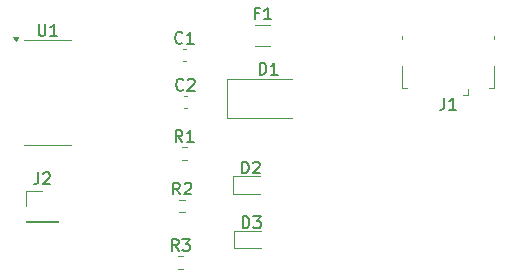
<source format=gbr>
%TF.GenerationSoftware,KiCad,Pcbnew,8.0.6*%
%TF.CreationDate,2025-05-11T15:10:04-04:00*%
%TF.ProjectId,logicprobetool,6c6f6769-6370-4726-9f62-65746f6f6c2e,rev?*%
%TF.SameCoordinates,Original*%
%TF.FileFunction,Legend,Top*%
%TF.FilePolarity,Positive*%
%FSLAX46Y46*%
G04 Gerber Fmt 4.6, Leading zero omitted, Abs format (unit mm)*
G04 Created by KiCad (PCBNEW 8.0.6) date 2025-05-11 15:10:04*
%MOMM*%
%LPD*%
G01*
G04 APERTURE LIST*
%ADD10C,0.150000*%
%ADD11C,0.120000*%
G04 APERTURE END LIST*
D10*
X78422666Y-31059019D02*
X78422666Y-31773304D01*
X78422666Y-31773304D02*
X78375047Y-31916161D01*
X78375047Y-31916161D02*
X78279809Y-32011400D01*
X78279809Y-32011400D02*
X78136952Y-32059019D01*
X78136952Y-32059019D02*
X78041714Y-32059019D01*
X79422666Y-32059019D02*
X78851238Y-32059019D01*
X79136952Y-32059019D02*
X79136952Y-31059019D01*
X79136952Y-31059019D02*
X79041714Y-31201876D01*
X79041714Y-31201876D02*
X78946476Y-31297114D01*
X78946476Y-31297114D02*
X78851238Y-31344733D01*
X44075095Y-24804419D02*
X44075095Y-25613942D01*
X44075095Y-25613942D02*
X44122714Y-25709180D01*
X44122714Y-25709180D02*
X44170333Y-25756800D01*
X44170333Y-25756800D02*
X44265571Y-25804419D01*
X44265571Y-25804419D02*
X44456047Y-25804419D01*
X44456047Y-25804419D02*
X44551285Y-25756800D01*
X44551285Y-25756800D02*
X44598904Y-25709180D01*
X44598904Y-25709180D02*
X44646523Y-25613942D01*
X44646523Y-25613942D02*
X44646523Y-24804419D01*
X45646523Y-25804419D02*
X45075095Y-25804419D01*
X45360809Y-25804419D02*
X45360809Y-24804419D01*
X45360809Y-24804419D02*
X45265571Y-24947276D01*
X45265571Y-24947276D02*
X45170333Y-25042514D01*
X45170333Y-25042514D02*
X45075095Y-25090133D01*
X55929733Y-44033619D02*
X55596400Y-43557428D01*
X55358305Y-44033619D02*
X55358305Y-43033619D01*
X55358305Y-43033619D02*
X55739257Y-43033619D01*
X55739257Y-43033619D02*
X55834495Y-43081238D01*
X55834495Y-43081238D02*
X55882114Y-43128857D01*
X55882114Y-43128857D02*
X55929733Y-43224095D01*
X55929733Y-43224095D02*
X55929733Y-43366952D01*
X55929733Y-43366952D02*
X55882114Y-43462190D01*
X55882114Y-43462190D02*
X55834495Y-43509809D01*
X55834495Y-43509809D02*
X55739257Y-43557428D01*
X55739257Y-43557428D02*
X55358305Y-43557428D01*
X56263067Y-43033619D02*
X56882114Y-43033619D01*
X56882114Y-43033619D02*
X56548781Y-43414571D01*
X56548781Y-43414571D02*
X56691638Y-43414571D01*
X56691638Y-43414571D02*
X56786876Y-43462190D01*
X56786876Y-43462190D02*
X56834495Y-43509809D01*
X56834495Y-43509809D02*
X56882114Y-43605047D01*
X56882114Y-43605047D02*
X56882114Y-43843142D01*
X56882114Y-43843142D02*
X56834495Y-43938380D01*
X56834495Y-43938380D02*
X56786876Y-43986000D01*
X56786876Y-43986000D02*
X56691638Y-44033619D01*
X56691638Y-44033619D02*
X56405924Y-44033619D01*
X56405924Y-44033619D02*
X56310686Y-43986000D01*
X56310686Y-43986000D02*
X56263067Y-43938380D01*
X56056733Y-39233019D02*
X55723400Y-38756828D01*
X55485305Y-39233019D02*
X55485305Y-38233019D01*
X55485305Y-38233019D02*
X55866257Y-38233019D01*
X55866257Y-38233019D02*
X55961495Y-38280638D01*
X55961495Y-38280638D02*
X56009114Y-38328257D01*
X56009114Y-38328257D02*
X56056733Y-38423495D01*
X56056733Y-38423495D02*
X56056733Y-38566352D01*
X56056733Y-38566352D02*
X56009114Y-38661590D01*
X56009114Y-38661590D02*
X55961495Y-38709209D01*
X55961495Y-38709209D02*
X55866257Y-38756828D01*
X55866257Y-38756828D02*
X55485305Y-38756828D01*
X56437686Y-38328257D02*
X56485305Y-38280638D01*
X56485305Y-38280638D02*
X56580543Y-38233019D01*
X56580543Y-38233019D02*
X56818638Y-38233019D01*
X56818638Y-38233019D02*
X56913876Y-38280638D01*
X56913876Y-38280638D02*
X56961495Y-38328257D01*
X56961495Y-38328257D02*
X57009114Y-38423495D01*
X57009114Y-38423495D02*
X57009114Y-38518733D01*
X57009114Y-38518733D02*
X56961495Y-38661590D01*
X56961495Y-38661590D02*
X56390067Y-39233019D01*
X56390067Y-39233019D02*
X57009114Y-39233019D01*
X56259933Y-34788019D02*
X55926600Y-34311828D01*
X55688505Y-34788019D02*
X55688505Y-33788019D01*
X55688505Y-33788019D02*
X56069457Y-33788019D01*
X56069457Y-33788019D02*
X56164695Y-33835638D01*
X56164695Y-33835638D02*
X56212314Y-33883257D01*
X56212314Y-33883257D02*
X56259933Y-33978495D01*
X56259933Y-33978495D02*
X56259933Y-34121352D01*
X56259933Y-34121352D02*
X56212314Y-34216590D01*
X56212314Y-34216590D02*
X56164695Y-34264209D01*
X56164695Y-34264209D02*
X56069457Y-34311828D01*
X56069457Y-34311828D02*
X55688505Y-34311828D01*
X57212314Y-34788019D02*
X56640886Y-34788019D01*
X56926600Y-34788019D02*
X56926600Y-33788019D01*
X56926600Y-33788019D02*
X56831362Y-33930876D01*
X56831362Y-33930876D02*
X56736124Y-34026114D01*
X56736124Y-34026114D02*
X56640886Y-34073733D01*
X44040466Y-37383819D02*
X44040466Y-38098104D01*
X44040466Y-38098104D02*
X43992847Y-38240961D01*
X43992847Y-38240961D02*
X43897609Y-38336200D01*
X43897609Y-38336200D02*
X43754752Y-38383819D01*
X43754752Y-38383819D02*
X43659514Y-38383819D01*
X44469038Y-37479057D02*
X44516657Y-37431438D01*
X44516657Y-37431438D02*
X44611895Y-37383819D01*
X44611895Y-37383819D02*
X44849990Y-37383819D01*
X44849990Y-37383819D02*
X44945228Y-37431438D01*
X44945228Y-37431438D02*
X44992847Y-37479057D01*
X44992847Y-37479057D02*
X45040466Y-37574295D01*
X45040466Y-37574295D02*
X45040466Y-37669533D01*
X45040466Y-37669533D02*
X44992847Y-37812390D01*
X44992847Y-37812390D02*
X44421419Y-38383819D01*
X44421419Y-38383819D02*
X45040466Y-38383819D01*
X62706466Y-23892009D02*
X62373133Y-23892009D01*
X62373133Y-24415819D02*
X62373133Y-23415819D01*
X62373133Y-23415819D02*
X62849323Y-23415819D01*
X63754085Y-24415819D02*
X63182657Y-24415819D01*
X63468371Y-24415819D02*
X63468371Y-23415819D01*
X63468371Y-23415819D02*
X63373133Y-23558676D01*
X63373133Y-23558676D02*
X63277895Y-23653914D01*
X63277895Y-23653914D02*
X63182657Y-23701533D01*
X61364805Y-42103219D02*
X61364805Y-41103219D01*
X61364805Y-41103219D02*
X61602900Y-41103219D01*
X61602900Y-41103219D02*
X61745757Y-41150838D01*
X61745757Y-41150838D02*
X61840995Y-41246076D01*
X61840995Y-41246076D02*
X61888614Y-41341314D01*
X61888614Y-41341314D02*
X61936233Y-41531790D01*
X61936233Y-41531790D02*
X61936233Y-41674647D01*
X61936233Y-41674647D02*
X61888614Y-41865123D01*
X61888614Y-41865123D02*
X61840995Y-41960361D01*
X61840995Y-41960361D02*
X61745757Y-42055600D01*
X61745757Y-42055600D02*
X61602900Y-42103219D01*
X61602900Y-42103219D02*
X61364805Y-42103219D01*
X62269567Y-41103219D02*
X62888614Y-41103219D01*
X62888614Y-41103219D02*
X62555281Y-41484171D01*
X62555281Y-41484171D02*
X62698138Y-41484171D01*
X62698138Y-41484171D02*
X62793376Y-41531790D01*
X62793376Y-41531790D02*
X62840995Y-41579409D01*
X62840995Y-41579409D02*
X62888614Y-41674647D01*
X62888614Y-41674647D02*
X62888614Y-41912742D01*
X62888614Y-41912742D02*
X62840995Y-42007980D01*
X62840995Y-42007980D02*
X62793376Y-42055600D01*
X62793376Y-42055600D02*
X62698138Y-42103219D01*
X62698138Y-42103219D02*
X62412424Y-42103219D01*
X62412424Y-42103219D02*
X62317186Y-42055600D01*
X62317186Y-42055600D02*
X62269567Y-42007980D01*
X61288605Y-37455019D02*
X61288605Y-36455019D01*
X61288605Y-36455019D02*
X61526700Y-36455019D01*
X61526700Y-36455019D02*
X61669557Y-36502638D01*
X61669557Y-36502638D02*
X61764795Y-36597876D01*
X61764795Y-36597876D02*
X61812414Y-36693114D01*
X61812414Y-36693114D02*
X61860033Y-36883590D01*
X61860033Y-36883590D02*
X61860033Y-37026447D01*
X61860033Y-37026447D02*
X61812414Y-37216923D01*
X61812414Y-37216923D02*
X61764795Y-37312161D01*
X61764795Y-37312161D02*
X61669557Y-37407400D01*
X61669557Y-37407400D02*
X61526700Y-37455019D01*
X61526700Y-37455019D02*
X61288605Y-37455019D01*
X62240986Y-36550257D02*
X62288605Y-36502638D01*
X62288605Y-36502638D02*
X62383843Y-36455019D01*
X62383843Y-36455019D02*
X62621938Y-36455019D01*
X62621938Y-36455019D02*
X62717176Y-36502638D01*
X62717176Y-36502638D02*
X62764795Y-36550257D01*
X62764795Y-36550257D02*
X62812414Y-36645495D01*
X62812414Y-36645495D02*
X62812414Y-36740733D01*
X62812414Y-36740733D02*
X62764795Y-36883590D01*
X62764795Y-36883590D02*
X62193367Y-37455019D01*
X62193367Y-37455019D02*
X62812414Y-37455019D01*
X62793905Y-29095219D02*
X62793905Y-28095219D01*
X62793905Y-28095219D02*
X63032000Y-28095219D01*
X63032000Y-28095219D02*
X63174857Y-28142838D01*
X63174857Y-28142838D02*
X63270095Y-28238076D01*
X63270095Y-28238076D02*
X63317714Y-28333314D01*
X63317714Y-28333314D02*
X63365333Y-28523790D01*
X63365333Y-28523790D02*
X63365333Y-28666647D01*
X63365333Y-28666647D02*
X63317714Y-28857123D01*
X63317714Y-28857123D02*
X63270095Y-28952361D01*
X63270095Y-28952361D02*
X63174857Y-29047600D01*
X63174857Y-29047600D02*
X63032000Y-29095219D01*
X63032000Y-29095219D02*
X62793905Y-29095219D01*
X64317714Y-29095219D02*
X63746286Y-29095219D01*
X64032000Y-29095219D02*
X64032000Y-28095219D01*
X64032000Y-28095219D02*
X63936762Y-28238076D01*
X63936762Y-28238076D02*
X63841524Y-28333314D01*
X63841524Y-28333314D02*
X63746286Y-28380933D01*
X56335333Y-30349380D02*
X56287714Y-30397000D01*
X56287714Y-30397000D02*
X56144857Y-30444619D01*
X56144857Y-30444619D02*
X56049619Y-30444619D01*
X56049619Y-30444619D02*
X55906762Y-30397000D01*
X55906762Y-30397000D02*
X55811524Y-30301761D01*
X55811524Y-30301761D02*
X55763905Y-30206523D01*
X55763905Y-30206523D02*
X55716286Y-30016047D01*
X55716286Y-30016047D02*
X55716286Y-29873190D01*
X55716286Y-29873190D02*
X55763905Y-29682714D01*
X55763905Y-29682714D02*
X55811524Y-29587476D01*
X55811524Y-29587476D02*
X55906762Y-29492238D01*
X55906762Y-29492238D02*
X56049619Y-29444619D01*
X56049619Y-29444619D02*
X56144857Y-29444619D01*
X56144857Y-29444619D02*
X56287714Y-29492238D01*
X56287714Y-29492238D02*
X56335333Y-29539857D01*
X56716286Y-29539857D02*
X56763905Y-29492238D01*
X56763905Y-29492238D02*
X56859143Y-29444619D01*
X56859143Y-29444619D02*
X57097238Y-29444619D01*
X57097238Y-29444619D02*
X57192476Y-29492238D01*
X57192476Y-29492238D02*
X57240095Y-29539857D01*
X57240095Y-29539857D02*
X57287714Y-29635095D01*
X57287714Y-29635095D02*
X57287714Y-29730333D01*
X57287714Y-29730333D02*
X57240095Y-29873190D01*
X57240095Y-29873190D02*
X56668667Y-30444619D01*
X56668667Y-30444619D02*
X57287714Y-30444619D01*
X56259133Y-26386980D02*
X56211514Y-26434600D01*
X56211514Y-26434600D02*
X56068657Y-26482219D01*
X56068657Y-26482219D02*
X55973419Y-26482219D01*
X55973419Y-26482219D02*
X55830562Y-26434600D01*
X55830562Y-26434600D02*
X55735324Y-26339361D01*
X55735324Y-26339361D02*
X55687705Y-26244123D01*
X55687705Y-26244123D02*
X55640086Y-26053647D01*
X55640086Y-26053647D02*
X55640086Y-25910790D01*
X55640086Y-25910790D02*
X55687705Y-25720314D01*
X55687705Y-25720314D02*
X55735324Y-25625076D01*
X55735324Y-25625076D02*
X55830562Y-25529838D01*
X55830562Y-25529838D02*
X55973419Y-25482219D01*
X55973419Y-25482219D02*
X56068657Y-25482219D01*
X56068657Y-25482219D02*
X56211514Y-25529838D01*
X56211514Y-25529838D02*
X56259133Y-25577457D01*
X57211514Y-26482219D02*
X56640086Y-26482219D01*
X56925800Y-26482219D02*
X56925800Y-25482219D01*
X56925800Y-25482219D02*
X56830562Y-25625076D01*
X56830562Y-25625076D02*
X56735324Y-25720314D01*
X56735324Y-25720314D02*
X56640086Y-25767933D01*
D11*
%TO.C,J1*%
X82656000Y-30254200D02*
X82206000Y-30254200D01*
X82656000Y-28404200D02*
X82656000Y-30254200D01*
X82656000Y-25854200D02*
X82656000Y-26104200D01*
X80456000Y-30804200D02*
X80456000Y-30354200D01*
X80456000Y-30804200D02*
X80006000Y-30804200D01*
X74856000Y-30254200D02*
X75306000Y-30254200D01*
X74856000Y-28404200D02*
X74856000Y-30254200D01*
X74856000Y-25854200D02*
X74856000Y-26104200D01*
%TO.C,U1*%
X44837000Y-26194600D02*
X42887000Y-26194600D01*
X44837000Y-26194600D02*
X46787000Y-26194600D01*
X44837000Y-35064600D02*
X42887000Y-35064600D01*
X44837000Y-35064600D02*
X46787000Y-35064600D01*
X42137000Y-26259600D02*
X41897000Y-25929600D01*
X42377000Y-25929600D01*
X42137000Y-26259600D01*
G36*
X42137000Y-26259600D02*
G01*
X41897000Y-25929600D01*
X42377000Y-25929600D01*
X42137000Y-26259600D01*
G37*
%TO.C,R3*%
X55859142Y-44486300D02*
X56333658Y-44486300D01*
X55859142Y-45531300D02*
X56333658Y-45531300D01*
%TO.C,R2*%
X55986142Y-39685700D02*
X56460658Y-39685700D01*
X55986142Y-40730700D02*
X56460658Y-40730700D01*
%TO.C,R1*%
X56189342Y-35240700D02*
X56663858Y-35240700D01*
X56189342Y-36285700D02*
X56663858Y-36285700D01*
%TO.C,J2*%
X43043800Y-38929000D02*
X44373800Y-38929000D01*
X43043800Y-40259000D02*
X43043800Y-38929000D01*
X43043800Y-41529000D02*
X43043800Y-41589000D01*
X43043800Y-41529000D02*
X45703800Y-41529000D01*
X43043800Y-41589000D02*
X45703800Y-41589000D01*
X45703800Y-41529000D02*
X45703800Y-41589000D01*
%TO.C,F1*%
X62437736Y-24871000D02*
X63641864Y-24871000D01*
X62437736Y-26691000D02*
X63641864Y-26691000D01*
%TO.C,D3*%
X60617900Y-42343400D02*
X60617900Y-43813400D01*
X60617900Y-43813400D02*
X62902900Y-43813400D01*
X62902900Y-42343400D02*
X60617900Y-42343400D01*
%TO.C,D2*%
X60541700Y-37695200D02*
X60541700Y-39165200D01*
X60541700Y-39165200D02*
X62826700Y-39165200D01*
X62826700Y-37695200D02*
X60541700Y-37695200D01*
%TO.C,D1*%
X60022000Y-29490400D02*
X60022000Y-32790400D01*
X60022000Y-29490400D02*
X65532000Y-29490400D01*
X60022000Y-32790400D02*
X65532000Y-32790400D01*
%TO.C,C2*%
X56361420Y-30909800D02*
X56642580Y-30909800D01*
X56361420Y-31929800D02*
X56642580Y-31929800D01*
%TO.C,C1*%
X56285220Y-26947400D02*
X56566380Y-26947400D01*
X56285220Y-27967400D02*
X56566380Y-27967400D01*
%TD*%
M02*

</source>
